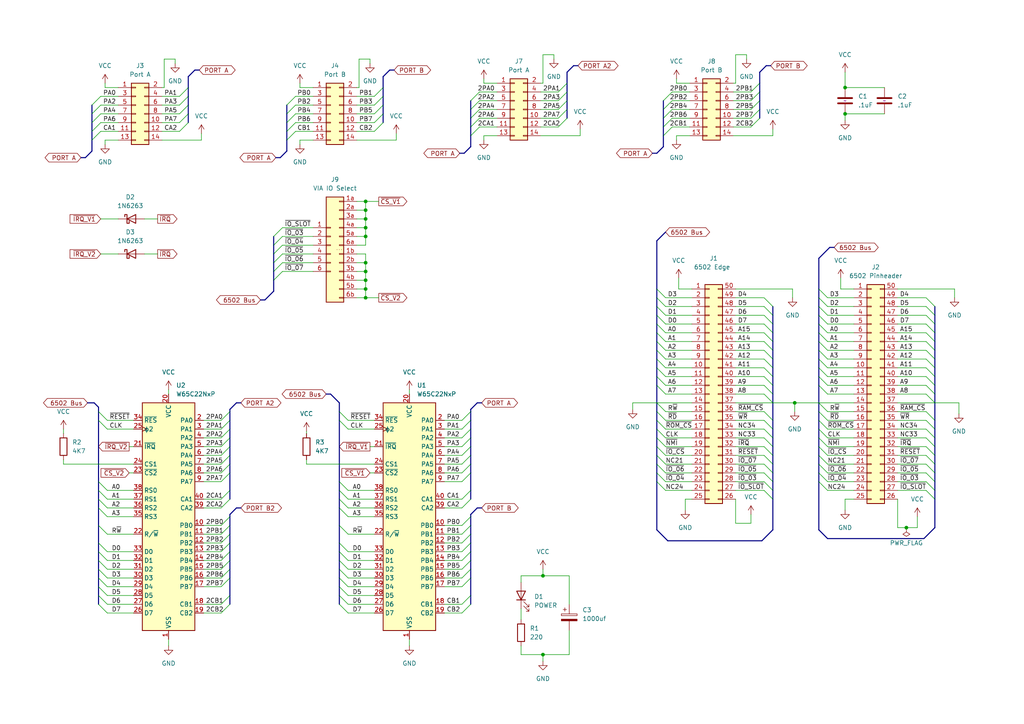
<source format=kicad_sch>
(kicad_sch (version 20230121) (generator eeschema)
  (paper "A4")
  (title_block (title "IO Card - simple6502") (date "2024-06-26") (rev "0.6") (company "MDS"))
  (junction (at 230.505 116.84))
  (junction (at 106.045 83.82))
  (junction (at 106.045 78.74))
  (junction (at 106.045 76.2))
  (junction (at 106.045 63.5))
  (junction (at 106.045 86.36))
  (junction (at 106.045 66.04))
  (junction (at 106.045 81.28))
  (junction (at 262.89 153.035))
  (junction (at 157.48 189.865))
  (junction (at 106.045 68.58))
  (junction (at 106.045 58.42))
  (junction (at 245.11 25.4))
  (junction (at 157.48 167.005))
  (junction (at 106.045 60.96))
  (junction (at 245.11 33.02))
  (bus_entry (at 193.04 109.22) (size -2.54 -2.54))
  (bus_entry (at 136.525 149.86) (size -2.54 2.54))
  (bus_entry (at 98.425 119.38) (size 2.54 2.54))
  (bus_entry (at 28.575 160.02) (size 2.54 2.54))
  (bus_entry (at 98.425 142.24) (size 2.54 2.54))
  (bus_entry (at 268.605 129.54) (size 2.54 2.54))
  (bus_entry (at 268.605 96.52) (size 2.54 2.54))
  (bus_entry (at 66.675 160.02) (size -2.54 2.54))
  (bus_entry (at 240.03 139.7) (size -2.54 -2.54))
  (bus_entry (at 164.465 31.75) (size -2.54 2.54))
  (bus_entry (at 136.525 152.4) (size -2.54 2.54))
  (bus_entry (at 240.03 137.16) (size -2.54 -2.54))
  (bus_entry (at 98.425 144.78) (size 2.54 2.54))
  (bus_entry (at 240.03 104.14) (size -2.54 -2.54))
  (bus_entry (at 240.03 127) (size -2.54 -2.54))
  (bus_entry (at 268.605 142.24) (size 2.54 2.54))
  (bus_entry (at 221.615 134.62) (size 2.54 2.54))
  (bus_entry (at 98.425 162.56) (size 2.54 2.54))
  (bus_entry (at 221.615 88.9) (size 2.54 2.54))
  (bus_entry (at 98.425 157.48) (size 2.54 2.54))
  (bus_entry (at 26.67 33.02) (size 2.54 -2.54))
  (bus_entry (at 136.525 129.54) (size -2.54 2.54))
  (bus_entry (at 221.615 86.36) (size 2.54 2.54))
  (bus_entry (at 136.525 39.37) (size 2.54 -2.54))
  (bus_entry (at 83.185 33.02) (size 2.54 -2.54))
  (bus_entry (at 54.61 35.56) (size -2.54 2.54))
  (bus_entry (at 193.04 137.16) (size -2.54 -2.54))
  (bus_entry (at 268.605 101.6) (size 2.54 2.54))
  (bus_entry (at 136.525 36.83) (size 2.54 -2.54))
  (bus_entry (at 66.675 119.38) (size -2.54 2.54))
  (bus_entry (at 192.405 29.21) (size 2.54 -2.54))
  (bus_entry (at 268.605 139.7) (size 2.54 2.54))
  (bus_entry (at 164.465 24.13) (size -2.54 2.54))
  (bus_entry (at 268.605 114.3) (size 2.54 2.54))
  (bus_entry (at 240.03 106.68) (size -2.54 -2.54))
  (bus_entry (at 240.03 99.06) (size -2.54 -2.54))
  (bus_entry (at 193.04 134.62) (size -2.54 -2.54))
  (bus_entry (at 28.575 119.38) (size 2.54 2.54))
  (bus_entry (at 240.03 119.38) (size -2.54 -2.54))
  (bus_entry (at 268.605 119.38) (size 2.54 2.54))
  (bus_entry (at 221.615 142.24) (size 2.54 2.54))
  (bus_entry (at 98.425 170.18) (size 2.54 2.54))
  (bus_entry (at 136.525 121.92) (size -2.54 2.54))
  (bus_entry (at 66.675 124.46) (size -2.54 2.54))
  (bus_entry (at 240.03 86.36) (size -2.54 -2.54))
  (bus_entry (at 240.03 134.62) (size -2.54 -2.54))
  (bus_entry (at 193.04 139.7) (size -2.54 -2.54))
  (bus_entry (at 192.405 31.75) (size 2.54 -2.54))
  (bus_entry (at 79.375 81.28) (size 2.54 -2.54))
  (bus_entry (at 268.605 124.46) (size 2.54 2.54))
  (bus_entry (at 28.575 139.7) (size 2.54 2.54))
  (bus_entry (at 268.605 121.92) (size 2.54 2.54))
  (bus_entry (at 111.125 27.94) (size -2.54 2.54))
  (bus_entry (at 221.615 129.54) (size 2.54 2.54))
  (bus_entry (at 28.575 152.4) (size 2.54 2.54))
  (bus_entry (at 268.605 132.08) (size 2.54 2.54))
  (bus_entry (at 79.375 78.74) (size 2.54 -2.54))
  (bus_entry (at 221.615 121.92) (size 2.54 2.54))
  (bus_entry (at 221.615 91.44) (size 2.54 2.54))
  (bus_entry (at 268.605 91.44) (size 2.54 2.54))
  (bus_entry (at 28.575 121.92) (size 2.54 2.54))
  (bus_entry (at 220.345 31.75) (size -2.54 2.54))
  (bus_entry (at 136.525 119.38) (size -2.54 2.54))
  (bus_entry (at 66.675 162.56) (size -2.54 2.54))
  (bus_entry (at 193.04 104.14) (size -2.54 -2.54))
  (bus_entry (at 221.615 104.14) (size 2.54 2.54))
  (bus_entry (at 98.425 121.92) (size 2.54 2.54))
  (bus_entry (at 28.575 142.24) (size 2.54 2.54))
  (bus_entry (at 192.405 34.29) (size 2.54 -2.54))
  (bus_entry (at 98.425 167.64) (size 2.54 2.54))
  (bus_entry (at 136.525 137.16) (size -2.54 2.54))
  (bus_entry (at 240.03 111.76) (size -2.54 -2.54))
  (bus_entry (at 66.675 149.86) (size -2.54 2.54))
  (bus_entry (at 66.675 127) (size -2.54 2.54))
  (bus_entry (at 111.125 30.48) (size -2.54 2.54))
  (bus_entry (at 111.125 25.4) (size -2.54 2.54))
  (bus_entry (at 164.465 26.67) (size -2.54 2.54))
  (bus_entry (at 28.575 170.18) (size 2.54 2.54))
  (bus_entry (at 220.345 29.21) (size -2.54 2.54))
  (bus_entry (at 66.675 154.94) (size -2.54 2.54))
  (bus_entry (at 240.03 129.54) (size -2.54 -2.54))
  (bus_entry (at 98.425 139.7) (size 2.54 2.54))
  (bus_entry (at 268.605 137.16) (size 2.54 2.54))
  (bus_entry (at 66.675 172.72) (size -2.54 2.54))
  (bus_entry (at 240.03 101.6) (size -2.54 -2.54))
  (bus_entry (at 240.03 93.98) (size -2.54 -2.54))
  (bus_entry (at 192.405 36.83) (size 2.54 -2.54))
  (bus_entry (at 136.525 160.02) (size -2.54 2.54))
  (bus_entry (at 240.03 132.08) (size -2.54 -2.54))
  (bus_entry (at 26.67 30.48) (size 2.54 -2.54))
  (bus_entry (at 268.605 127) (size 2.54 2.54))
  (bus_entry (at 136.525 167.64) (size -2.54 2.54))
  (bus_entry (at 26.67 35.56) (size 2.54 -2.54))
  (bus_entry (at 221.615 132.08) (size 2.54 2.54))
  (bus_entry (at 79.375 76.2) (size 2.54 -2.54))
  (bus_entry (at 136.525 162.56) (size -2.54 2.54))
  (bus_entry (at 136.525 172.72) (size -2.54 2.54))
  (bus_entry (at 193.04 86.36) (size -2.54 -2.54))
  (bus_entry (at 54.61 30.48) (size -2.54 2.54))
  (bus_entry (at 26.67 38.1) (size 2.54 -2.54))
  (bus_entry (at 136.525 154.94) (size -2.54 2.54))
  (bus_entry (at 268.605 111.76) (size 2.54 2.54))
  (bus_entry (at 136.525 31.75) (size 2.54 -2.54))
  (bus_entry (at 220.345 26.67) (size -2.54 2.54))
  (bus_entry (at 220.345 34.29) (size -2.54 2.54))
  (bus_entry (at 136.525 175.26) (size -2.54 2.54))
  (bus_entry (at 66.675 144.78) (size -2.54 2.54))
  (bus_entry (at 193.04 111.76) (size -2.54 -2.54))
  (bus_entry (at 98.425 152.4) (size 2.54 2.54))
  (bus_entry (at 268.605 134.62) (size 2.54 2.54))
  (bus_entry (at 268.605 88.9) (size 2.54 2.54))
  (bus_entry (at 193.04 88.9) (size -2.54 -2.54))
  (bus_entry (at 98.425 172.72) (size 2.54 2.54))
  (bus_entry (at 221.615 127) (size 2.54 2.54))
  (bus_entry (at 221.615 114.3) (size 2.54 2.54))
  (bus_entry (at 240.03 96.52) (size -2.54 -2.54))
  (bus_entry (at 136.525 144.78) (size -2.54 2.54))
  (bus_entry (at 193.04 106.68) (size -2.54 -2.54))
  (bus_entry (at 240.03 91.44) (size -2.54 -2.54))
  (bus_entry (at 193.04 129.54) (size -2.54 -2.54))
  (bus_entry (at 221.615 137.16) (size 2.54 2.54))
  (bus_entry (at 268.605 86.36) (size 2.54 2.54))
  (bus_entry (at 240.03 121.92) (size -2.54 -2.54))
  (bus_entry (at 221.615 109.22) (size 2.54 2.54))
  (bus_entry (at 111.125 35.56) (size -2.54 2.54))
  (bus_entry (at 136.525 134.62) (size -2.54 2.54))
  (bus_entry (at 83.185 30.48) (size 2.54 -2.54))
  (bus_entry (at 66.675 167.64) (size -2.54 2.54))
  (bus_entry (at 66.675 165.1) (size -2.54 2.54))
  (bus_entry (at 66.675 152.4) (size -2.54 2.54))
  (bus_entry (at 28.575 172.72) (size 2.54 2.54))
  (bus_entry (at 54.61 33.02) (size -2.54 2.54))
  (bus_entry (at 268.605 93.98) (size 2.54 2.54))
  (bus_entry (at 240.03 88.9) (size -2.54 -2.54))
  (bus_entry (at 193.04 96.52) (size -2.54 -2.54))
  (bus_entry (at 240.03 114.3) (size -2.54 -2.54))
  (bus_entry (at 98.425 147.32) (size 2.54 2.54))
  (bus_entry (at 240.03 109.22) (size -2.54 -2.54))
  (bus_entry (at 98.425 175.26) (size 2.54 2.54))
  (bus_entry (at 268.605 106.68) (size 2.54 2.54))
  (bus_entry (at 136.525 127) (size -2.54 2.54))
  (bus_entry (at 221.615 119.38) (size 2.54 2.54))
  (bus_entry (at 221.615 124.46) (size 2.54 2.54))
  (bus_entry (at 28.575 144.78) (size 2.54 2.54))
  (bus_entry (at 28.575 167.64) (size 2.54 2.54))
  (bus_entry (at 28.575 147.32) (size 2.54 2.54))
  (bus_entry (at 193.04 132.08) (size -2.54 -2.54))
  (bus_entry (at 193.04 124.46) (size -2.54 -2.54))
  (bus_entry (at 193.04 121.92) (size -2.54 -2.54))
  (bus_entry (at 193.04 91.44) (size -2.54 -2.54))
  (bus_entry (at 221.615 93.98) (size 2.54 2.54))
  (bus_entry (at 221.615 96.52) (size 2.54 2.54))
  (bus_entry (at 136.525 142.24) (size -2.54 2.54))
  (bus_entry (at 193.04 93.98) (size -2.54 -2.54))
  (bus_entry (at 83.185 40.64) (size 2.54 -2.54))
  (bus_entry (at 221.615 139.7) (size 2.54 2.54))
  (bus_entry (at 193.04 99.06) (size -2.54 -2.54))
  (bus_entry (at 136.525 29.21) (size 2.54 -2.54))
  (bus_entry (at 98.425 165.1) (size 2.54 2.54))
  (bus_entry (at 221.615 111.76) (size 2.54 2.54))
  (bus_entry (at 240.03 142.24) (size -2.54 -2.54))
  (bus_entry (at 28.575 157.48) (size 2.54 2.54))
  (bus_entry (at 66.675 142.24) (size -2.54 2.54))
  (bus_entry (at 54.61 27.94) (size -2.54 2.54))
  (bus_entry (at 136.525 157.48) (size -2.54 2.54))
  (bus_entry (at 193.04 114.3) (size -2.54 -2.54))
  (bus_entry (at 28.575 165.1) (size 2.54 2.54))
  (bus_entry (at 268.605 109.22) (size 2.54 2.54))
  (bus_entry (at 79.375 68.58) (size 2.54 -2.54))
  (bus_entry (at 28.575 162.56) (size 2.54 2.54))
  (bus_entry (at 193.04 142.24) (size -2.54 -2.54))
  (bus_entry (at 54.61 25.4) (size -2.54 2.54))
  (bus_entry (at 83.185 38.1) (size 2.54 -2.54))
  (bus_entry (at 79.375 73.66) (size 2.54 -2.54))
  (bus_entry (at 193.04 127) (size -2.54 -2.54))
  (bus_entry (at 66.675 129.54) (size -2.54 2.54))
  (bus_entry (at 193.04 101.6) (size -2.54 -2.54))
  (bus_entry (at 221.615 99.06) (size 2.54 2.54))
  (bus_entry (at 136.525 34.29) (size 2.54 -2.54))
  (bus_entry (at 66.675 132.08) (size -2.54 2.54))
  (bus_entry (at 136.525 165.1) (size -2.54 2.54))
  (bus_entry (at 66.675 121.92) (size -2.54 2.54))
  (bus_entry (at 164.465 29.21) (size -2.54 2.54))
  (bus_entry (at 98.425 160.02) (size 2.54 2.54))
  (bus_entry (at 111.125 33.02) (size -2.54 2.54))
  (bus_entry (at 136.525 124.46) (size -2.54 2.54))
  (bus_entry (at 193.04 119.38) (size -2.54 -2.54))
  (bus_entry (at 268.605 99.06) (size 2.54 2.54))
  (bus_entry (at 26.67 40.64) (size 2.54 -2.54))
  (bus_entry (at 66.675 134.62) (size -2.54 2.54))
  (bus_entry (at 192.405 39.37) (size 2.54 -2.54))
  (bus_entry (at 66.675 175.26) (size -2.54 2.54))
  (bus_entry (at 221.615 101.6) (size 2.54 2.54))
  (bus_entry (at 66.675 137.16) (size -2.54 2.54))
  (bus_entry (at 28.575 175.26) (size 2.54 2.54))
  (bus_entry (at 164.465 34.29) (size -2.54 2.54))
  (bus_entry (at 221.615 106.68) (size 2.54 2.54))
  (bus_entry (at 136.525 132.08) (size -2.54 2.54))
  (bus_entry (at 66.675 157.48) (size -2.54 2.54))
  (bus_entry (at 240.03 124.46) (size -2.54 -2.54))
  (bus_entry (at 268.605 104.14) (size 2.54 2.54))
  (bus_entry (at 83.185 35.56) (size 2.54 -2.54))
  (bus_entry (at 220.345 24.13) (size -2.54 2.54))
  (bus_entry (at 79.375 71.12) (size 2.54 -2.54))
  (bus (pts (xy 237.49 109.22) (xy 237.49 106.68)))
  (wire (pts (xy 41.91 73.66) (xy 45.72 73.66)))
  (wire (pts (xy 200.025 26.67) (xy 194.945 26.67)))
  (wire (pts (xy 240.03 99.06) (xy 247.65 99.06)))
  (bus (pts (xy 66.675 118.745) (xy 66.675 119.38)))
  (bus (pts (xy 28.575 167.64) (xy 28.575 170.18)))
  (bus (pts (xy 240.665 71.755) (xy 241.935 71.755)))
  (bus (pts (xy 98.425 152.4) (xy 98.425 157.48)))
  (bus (pts (xy 192.405 39.37) (xy 192.405 36.83)))
  (bus (pts (xy 111.125 30.48) (xy 111.125 33.02)))
  (bus (pts (xy 138.43 116.84) (xy 136.525 118.745)))
  (bus (pts (xy 24.765 45.72) (xy 26.67 43.815)))
  (bus (pts (xy 237.49 106.68) (xy 237.49 104.14)))
  (bus (pts (xy 271.145 106.68) (xy 271.145 109.22)))
  (wire (pts (xy 48.895 113.03) (xy 48.895 114.3)))
  (bus (pts (xy 271.145 121.92) (xy 271.145 124.46)))
  (bus (pts (xy 190.5 44.45) (xy 192.405 42.545)))
  (wire (pts (xy 260.35 83.82) (xy 276.86 83.82)))
  (bus (pts (xy 136.525 134.62) (xy 136.525 137.16)))
  (wire (pts (xy 213.36 119.38) (xy 221.615 119.38)))
  (wire (pts (xy 240.03 86.36) (xy 247.65 86.36)))
  (wire (pts (xy 213.36 142.24) (xy 221.615 142.24)))
  (wire (pts (xy 245.11 20.955) (xy 245.11 25.4)))
  (bus (pts (xy 54.61 30.48) (xy 54.61 33.02)))
  (wire (pts (xy 31.115 175.26) (xy 38.735 175.26)))
  (bus (pts (xy 79.375 71.12) (xy 79.375 73.66)))
  (wire (pts (xy 157.48 189.865) (xy 151.13 189.865)))
  (bus (pts (xy 237.49 139.7) (xy 237.49 137.16)))
  (wire (pts (xy 31.115 172.72) (xy 38.735 172.72)))
  (bus (pts (xy 224.155 124.46) (xy 224.155 127)))
  (wire (pts (xy 260.35 116.84) (xy 271.145 116.84)))
  (wire (pts (xy 100.965 149.86) (xy 108.585 149.86)))
  (bus (pts (xy 190.5 44.45) (xy 189.23 44.45)))
  (wire (pts (xy 213.36 109.22) (xy 221.615 109.22)))
  (wire (pts (xy 86.995 24.13) (xy 86.995 25.4)))
  (wire (pts (xy 118.745 113.03) (xy 118.745 114.3)))
  (wire (pts (xy 103.505 63.5) (xy 106.045 63.5)))
  (bus (pts (xy 136.525 36.83) (xy 136.525 34.29)))
  (wire (pts (xy 156.845 31.75) (xy 161.925 31.75)))
  (bus (pts (xy 66.675 119.38) (xy 66.675 121.92)))
  (bus (pts (xy 190.5 137.16) (xy 190.5 134.62)))
  (wire (pts (xy 240.03 93.98) (xy 247.65 93.98)))
  (bus (pts (xy 81.28 45.72) (xy 80.01 45.72)))
  (wire (pts (xy 88.9 125.095) (xy 88.9 125.73)))
  (wire (pts (xy 216.535 15.875) (xy 216.535 17.145)))
  (wire (pts (xy 240.03 119.38) (xy 247.65 119.38)))
  (wire (pts (xy 229.87 83.82) (xy 229.87 86.36)))
  (wire (pts (xy 81.915 71.12) (xy 90.805 71.12)))
  (bus (pts (xy 26.67 33.02) (xy 26.67 30.48)))
  (wire (pts (xy 128.905 167.64) (xy 133.985 167.64)))
  (bus (pts (xy 224.155 114.3) (xy 224.155 116.84)))
  (wire (pts (xy 193.04 139.7) (xy 200.66 139.7)))
  (wire (pts (xy 88.9 133.35) (xy 88.9 134.62)))
  (bus (pts (xy 192.405 34.29) (xy 192.405 31.75)))
  (wire (pts (xy 193.04 101.6) (xy 200.66 101.6)))
  (bus (pts (xy 164.465 24.13) (xy 164.465 26.67)))
  (wire (pts (xy 86.995 40.64) (xy 90.805 40.64)))
  (bus (pts (xy 83.185 40.64) (xy 83.185 38.1)))
  (bus (pts (xy 237.49 111.76) (xy 237.49 116.84)))
  (bus (pts (xy 237.49 74.93) (xy 240.665 71.755)))
  (wire (pts (xy 100.965 172.72) (xy 108.585 172.72)))
  (bus (pts (xy 111.125 27.94) (xy 111.125 30.48)))
  (wire (pts (xy 260.35 144.78) (xy 260.35 153.035)))
  (bus (pts (xy 26.67 38.1) (xy 26.67 35.56)))
  (wire (pts (xy 90.805 33.02) (xy 85.725 33.02)))
  (wire (pts (xy 240.03 124.46) (xy 247.65 124.46)))
  (bus (pts (xy 271.145 137.16) (xy 271.145 139.7)))
  (wire (pts (xy 90.805 27.94) (xy 85.725 27.94)))
  (bus (pts (xy 79.375 76.2) (xy 79.375 78.74)))
  (wire (pts (xy 106.045 58.42) (xy 109.855 58.42)))
  (bus (pts (xy 237.49 127) (xy 237.49 124.46)))
  (wire (pts (xy 260.35 127) (xy 268.605 127)))
  (bus (pts (xy 190.5 111.76) (xy 190.5 109.22)))
  (bus (pts (xy 237.49 132.08) (xy 237.49 129.54)))
  (bus (pts (xy 28.575 160.02) (xy 28.575 162.56)))
  (wire (pts (xy 58.42 38.735) (xy 58.42 40.64)))
  (bus (pts (xy 237.49 111.76) (xy 237.49 109.22)))
  (bus (pts (xy 134.62 44.45) (xy 136.525 42.545)))
  (bus (pts (xy 271.145 109.22) (xy 271.145 111.76)))
  (wire (pts (xy 213.36 127) (xy 221.615 127)))
  (bus (pts (xy 224.155 129.54) (xy 224.155 132.08)))
  (bus (pts (xy 224.155 111.76) (xy 224.155 114.3)))
  (wire (pts (xy 103.505 78.74) (xy 106.045 78.74)))
  (bus (pts (xy 271.145 93.98) (xy 271.145 96.52)))
  (wire (pts (xy 106.045 83.82) (xy 106.045 86.36)))
  (wire (pts (xy 31.115 144.78) (xy 38.735 144.78)))
  (wire (pts (xy 30.48 24.13) (xy 30.48 25.4)))
  (wire (pts (xy 128.905 129.54) (xy 133.985 129.54)))
  (wire (pts (xy 34.29 33.02) (xy 29.21 33.02)))
  (bus (pts (xy 25.4 116.84) (xy 27.305 116.84)))
  (wire (pts (xy 213.36 144.78) (xy 213.36 151.765)))
  (wire (pts (xy 29.21 73.66) (xy 34.29 73.66)))
  (bus (pts (xy 190.5 127) (xy 190.5 124.46)))
  (wire (pts (xy 34.29 35.56) (xy 29.21 35.56)))
  (bus (pts (xy 190.5 109.22) (xy 190.5 106.68)))
  (bus (pts (xy 83.185 38.1) (xy 83.185 35.56)))
  (bus (pts (xy 224.155 109.22) (xy 224.155 111.76)))
  (wire (pts (xy 59.055 165.1) (xy 64.135 165.1)))
  (wire (pts (xy 30.48 40.64) (xy 34.29 40.64)))
  (wire (pts (xy 196.85 83.82) (xy 200.66 83.82)))
  (wire (pts (xy 47.625 17.145) (xy 50.8 17.145)))
  (wire (pts (xy 103.505 76.2) (xy 106.045 76.2)))
  (bus (pts (xy 271.145 124.46) (xy 271.145 127)))
  (bus (pts (xy 237.49 83.82) (xy 237.49 86.36)))
  (wire (pts (xy 157.48 167.005) (xy 165.1 167.005)))
  (wire (pts (xy 165.1 182.88) (xy 165.1 189.865)))
  (wire (pts (xy 106.045 73.66) (xy 106.045 76.2)))
  (wire (pts (xy 240.03 121.92) (xy 247.65 121.92)))
  (wire (pts (xy 59.055 152.4) (xy 64.135 152.4)))
  (bus (pts (xy 190.5 132.08) (xy 190.5 129.54)))
  (wire (pts (xy 140.335 39.37) (xy 144.145 39.37)))
  (bus (pts (xy 138.43 116.84) (xy 139.7 116.84)))
  (bus (pts (xy 224.155 101.6) (xy 224.155 104.14)))
  (wire (pts (xy 128.905 177.8) (xy 133.985 177.8)))
  (wire (pts (xy 140.335 24.13) (xy 144.145 24.13)))
  (wire (pts (xy 47.625 17.145) (xy 47.625 25.4)))
  (bus (pts (xy 240.03 156.21) (xy 237.49 153.67)))
  (wire (pts (xy 193.04 109.22) (xy 200.66 109.22)))
  (wire (pts (xy 104.14 17.145) (xy 104.14 25.4)))
  (wire (pts (xy 106.045 76.2) (xy 106.045 78.74)))
  (bus (pts (xy 66.675 154.94) (xy 66.675 157.48)))
  (wire (pts (xy 31.115 162.56) (xy 38.735 162.56)))
  (bus (pts (xy 136.525 154.94) (xy 136.525 157.48)))
  (wire (pts (xy 213.36 132.08) (xy 221.615 132.08)))
  (wire (pts (xy 128.905 152.4) (xy 133.985 152.4)))
  (bus (pts (xy 271.145 101.6) (xy 271.145 104.14)))
  (wire (pts (xy 193.04 91.44) (xy 200.66 91.44)))
  (bus (pts (xy 136.525 137.16) (xy 136.525 142.24)))
  (wire (pts (xy 103.505 81.28) (xy 106.045 81.28)))
  (wire (pts (xy 212.725 36.83) (xy 217.805 36.83)))
  (wire (pts (xy 144.145 26.67) (xy 139.065 26.67)))
  (wire (pts (xy 103.505 71.12) (xy 106.045 71.12)))
  (wire (pts (xy 260.35 109.22) (xy 268.605 109.22)))
  (wire (pts (xy 240.03 88.9) (xy 247.65 88.9)))
  (wire (pts (xy 144.145 34.29) (xy 139.065 34.29)))
  (wire (pts (xy 240.03 104.14) (xy 247.65 104.14)))
  (wire (pts (xy 106.045 63.5) (xy 106.045 66.04)))
  (bus (pts (xy 271.145 111.76) (xy 271.145 114.3)))
  (wire (pts (xy 213.36 124.46) (xy 221.615 124.46)))
  (bus (pts (xy 27.305 116.84) (xy 28.575 118.11)))
  (bus (pts (xy 237.49 121.92) (xy 237.49 119.38)))
  (bus (pts (xy 66.675 167.64) (xy 66.675 172.72)))
  (wire (pts (xy 193.04 88.9) (xy 200.66 88.9)))
  (bus (pts (xy 136.525 160.02) (xy 136.525 162.56)))
  (bus (pts (xy 28.575 170.18) (xy 28.575 172.72)))
  (wire (pts (xy 190.5 116.84) (xy 200.66 116.84)))
  (bus (pts (xy 28.575 157.48) (xy 28.575 160.02)))
  (wire (pts (xy 260.35 91.44) (xy 268.605 91.44)))
  (wire (pts (xy 193.04 119.38) (xy 200.66 119.38)))
  (wire (pts (xy 212.725 31.75) (xy 217.805 31.75)))
  (bus (pts (xy 136.525 34.29) (xy 136.525 31.75)))
  (bus (pts (xy 83.185 33.02) (xy 83.185 30.48)))
  (wire (pts (xy 196.85 80.645) (xy 196.85 83.82)))
  (wire (pts (xy 168.275 37.465) (xy 168.275 39.37)))
  (bus (pts (xy 95.885 114.3) (xy 98.425 116.84)))
  (wire (pts (xy 213.36 91.44) (xy 221.615 91.44)))
  (bus (pts (xy 54.61 25.4) (xy 54.61 27.94)))
  (wire (pts (xy 41.91 63.5) (xy 45.72 63.5)))
  (bus (pts (xy 111.125 22.225) (xy 111.125 25.4)))
  (wire (pts (xy 59.055 167.64) (xy 64.135 167.64)))
  (wire (pts (xy 260.35 119.38) (xy 268.605 119.38)))
  (wire (pts (xy 59.055 127) (xy 64.135 127)))
  (bus (pts (xy 136.525 129.54) (xy 136.525 132.08)))
  (wire (pts (xy 37.465 129.54) (xy 38.735 129.54)))
  (wire (pts (xy 193.04 99.06) (xy 200.66 99.06)))
  (wire (pts (xy 213.36 106.68) (xy 221.615 106.68)))
  (bus (pts (xy 224.155 121.92) (xy 224.155 124.46)))
  (wire (pts (xy 200.025 31.75) (xy 194.945 31.75)))
  (bus (pts (xy 136.525 121.92) (xy 136.525 124.46)))
  (bus (pts (xy 237.49 119.38) (xy 237.49 116.84)))
  (wire (pts (xy 200.025 29.21) (xy 194.945 29.21)))
  (wire (pts (xy 34.29 38.1) (xy 29.21 38.1)))
  (wire (pts (xy 50.8 17.145) (xy 50.8 18.415)))
  (wire (pts (xy 118.745 185.42) (xy 118.745 187.325)))
  (wire (pts (xy 106.045 60.96) (xy 106.045 63.5)))
  (wire (pts (xy 59.055 129.54) (xy 64.135 129.54)))
  (wire (pts (xy 157.48 15.875) (xy 160.655 15.875)))
  (wire (pts (xy 213.36 99.06) (xy 221.615 99.06)))
  (wire (pts (xy 200.025 36.83) (xy 194.945 36.83)))
  (bus (pts (xy 98.425 147.32) (xy 98.425 152.4)))
  (bus (pts (xy 220.345 20.955) (xy 220.345 24.13)))
  (wire (pts (xy 34.29 30.48) (xy 29.21 30.48)))
  (bus (pts (xy 237.49 88.9) (xy 237.49 86.36)))
  (wire (pts (xy 103.505 73.66) (xy 106.045 73.66)))
  (wire (pts (xy 100.965 165.1) (xy 108.585 165.1)))
  (bus (pts (xy 224.155 93.98) (xy 224.155 96.52)))
  (bus (pts (xy 271.145 139.7) (xy 271.145 142.24)))
  (wire (pts (xy 196.215 22.86) (xy 196.215 24.13)))
  (bus (pts (xy 271.145 153.035) (xy 267.97 156.21)))
  (wire (pts (xy 106.045 68.58) (xy 106.045 71.12)))
  (wire (pts (xy 260.35 88.9) (xy 268.605 88.9)))
  (bus (pts (xy 136.525 127) (xy 136.525 129.54)))
  (wire (pts (xy 212.725 39.37) (xy 224.155 39.37)))
  (wire (pts (xy 46.99 38.1) (xy 52.07 38.1)))
  (bus (pts (xy 98.425 165.1) (xy 98.425 167.64)))
  (wire (pts (xy 88.9 134.62) (xy 108.585 134.62)))
  (bus (pts (xy 271.145 116.84) (xy 271.145 121.92)))
  (bus (pts (xy 26.67 35.56) (xy 26.67 33.02)))
  (bus (pts (xy 66.675 124.46) (xy 66.675 127)))
  (wire (pts (xy 48.895 185.42) (xy 48.895 187.325)))
  (wire (pts (xy 240.03 114.3) (xy 247.65 114.3)))
  (wire (pts (xy 193.04 124.46) (xy 200.66 124.46)))
  (bus (pts (xy 164.465 31.75) (xy 164.465 34.29)))
  (bus (pts (xy 136.525 119.38) (xy 136.525 121.92)))
  (bus (pts (xy 237.49 139.7) (xy 237.49 153.67)))
  (bus (pts (xy 79.375 81.28) (xy 79.375 84.455)))
  (wire (pts (xy 212.725 26.67) (xy 217.805 26.67)))
  (wire (pts (xy 140.335 22.86) (xy 140.335 24.13)))
  (bus (pts (xy 166.37 19.05) (xy 167.64 19.05)))
  (bus (pts (xy 271.145 144.78) (xy 271.145 153.035)))
  (wire (pts (xy 240.03 132.08) (xy 247.65 132.08)))
  (wire (pts (xy 100.965 162.56) (xy 108.585 162.56)))
  (wire (pts (xy 59.055 134.62) (xy 64.135 134.62)))
  (bus (pts (xy 138.43 147.32) (xy 139.7 147.32)))
  (bus (pts (xy 68.58 116.84) (xy 66.675 118.745)))
  (bus (pts (xy 75.565 86.995) (xy 76.835 86.995)))
  (wire (pts (xy 156.845 34.29) (xy 161.925 34.29)))
  (wire (pts (xy 34.29 27.94) (xy 29.21 27.94)))
  (wire (pts (xy 193.04 137.16) (xy 200.66 137.16)))
  (wire (pts (xy 240.03 137.16) (xy 247.65 137.16)))
  (wire (pts (xy 260.35 124.46) (xy 268.605 124.46)))
  (bus (pts (xy 190.5 86.36) (xy 190.5 83.82)))
  (wire (pts (xy 46.99 25.4) (xy 47.625 25.4)))
  (wire (pts (xy 128.905 147.32) (xy 133.985 147.32)))
  (wire (pts (xy 100.965 170.18) (xy 108.585 170.18)))
  (bus (pts (xy 28.575 152.4) (xy 28.575 157.48)))
  (wire (pts (xy 103.505 83.82) (xy 106.045 83.82)))
  (bus (pts (xy 98.425 142.24) (xy 98.425 144.78)))
  (wire (pts (xy 260.35 93.98) (xy 268.605 93.98)))
  (bus (pts (xy 136.525 149.86) (xy 136.525 152.4)))
  (wire (pts (xy 200.025 34.29) (xy 194.945 34.29)))
  (wire (pts (xy 100.965 175.26) (xy 108.585 175.26)))
  (wire (pts (xy 29.21 63.5) (xy 34.29 63.5)))
  (wire (pts (xy 245.11 33.02) (xy 245.11 34.925)))
  (bus (pts (xy 66.675 149.225) (xy 66.675 149.86)))
  (bus (pts (xy 66.675 172.72) (xy 66.675 175.26)))
  (wire (pts (xy 18.415 134.62) (xy 38.735 134.62)))
  (wire (pts (xy 128.905 165.1) (xy 133.985 165.1)))
  (bus (pts (xy 224.155 137.16) (xy 224.155 139.7)))
  (wire (pts (xy 240.03 91.44) (xy 247.65 91.44)))
  (wire (pts (xy 212.725 29.21) (xy 217.805 29.21)))
  (bus (pts (xy 54.61 27.94) (xy 54.61 30.48)))
  (bus (pts (xy 224.155 88.9) (xy 224.155 91.44)))
  (bus (pts (xy 83.185 40.64) (xy 83.185 43.815)))
  (wire (pts (xy 100.965 121.92) (xy 108.585 121.92)))
  (wire (pts (xy 59.055 147.32) (xy 64.135 147.32)))
  (bus (pts (xy 190.5 88.9) (xy 190.5 86.36)))
  (wire (pts (xy 151.13 187.325) (xy 151.13 189.865)))
  (bus (pts (xy 98.425 144.78) (xy 98.425 147.32)))
  (wire (pts (xy 196.215 24.13) (xy 200.025 24.13)))
  (bus (pts (xy 28.575 142.24) (xy 28.575 144.78)))
  (bus (pts (xy 224.155 104.14) (xy 224.155 106.68)))
  (bus (pts (xy 224.155 99.06) (xy 224.155 101.6)))
  (bus (pts (xy 28.575 139.7) (xy 28.575 142.24)))
  (bus (pts (xy 94.615 114.3) (xy 95.885 114.3)))
  (bus (pts (xy 24.765 45.72) (xy 23.495 45.72)))
  (wire (pts (xy 128.905 134.62) (xy 133.985 134.62)))
  (wire (pts (xy 100.965 154.94) (xy 108.585 154.94)))
  (wire (pts (xy 245.11 25.4) (xy 256.54 25.4)))
  (wire (pts (xy 260.35 132.08) (xy 268.605 132.08)))
  (bus (pts (xy 83.185 35.56) (xy 83.185 33.02)))
  (bus (pts (xy 68.58 116.84) (xy 69.85 116.84)))
  (wire (pts (xy 193.04 111.76) (xy 200.66 111.76)))
  (bus (pts (xy 66.675 132.08) (xy 66.675 134.62)))
  (wire (pts (xy 240.03 142.24) (xy 247.65 142.24)))
  (bus (pts (xy 271.145 142.24) (xy 271.145 144.78)))
  (wire (pts (xy 193.04 93.98) (xy 200.66 93.98)))
  (wire (pts (xy 107.315 137.16) (xy 108.585 137.16)))
  (wire (pts (xy 104.14 17.145) (xy 107.315 17.145)))
  (wire (pts (xy 240.03 106.68) (xy 247.65 106.68)))
  (bus (pts (xy 68.58 147.32) (xy 69.85 147.32)))
  (wire (pts (xy 240.03 101.6) (xy 247.65 101.6)))
  (bus (pts (xy 54.61 33.02) (xy 54.61 35.56)))
  (bus (pts (xy 190.5 121.92) (xy 190.5 119.38)))
  (bus (pts (xy 136.525 162.56) (xy 136.525 165.1)))
  (bus (pts (xy 237.49 91.44) (xy 237.49 88.9)))
  (bus (pts (xy 224.155 106.68) (xy 224.155 109.22)))
  (wire (pts (xy 193.04 129.54) (xy 200.66 129.54)))
  (bus (pts (xy 190.5 111.76) (xy 190.5 116.84)))
  (wire (pts (xy 103.505 66.04) (xy 106.045 66.04)))
  (wire (pts (xy 224.155 116.84) (xy 230.505 116.84)))
  (wire (pts (xy 240.03 134.62) (xy 247.65 134.62)))
  (wire (pts (xy 243.84 83.82) (xy 247.65 83.82)))
  (wire (pts (xy 106.045 66.04) (xy 106.045 68.58)))
  (bus (pts (xy 98.425 172.72) (xy 98.425 175.26)))
  (wire (pts (xy 46.99 33.02) (xy 52.07 33.02)))
  (bus (pts (xy 271.145 127) (xy 271.145 129.54)))
  (bus (pts (xy 136.525 172.72) (xy 136.525 175.26)))
  (bus (pts (xy 237.49 101.6) (xy 237.49 99.06)))
  (wire (pts (xy 151.13 176.53) (xy 151.13 179.705)))
  (bus (pts (xy 190.5 69.85) (xy 193.04 67.31)))
  (bus (pts (xy 138.43 147.32) (xy 136.525 149.225)))
  (wire (pts (xy 157.48 189.865) (xy 157.48 191.77)))
  (wire (pts (xy 106.045 81.28) (xy 106.045 83.82)))
  (bus (pts (xy 79.375 78.74) (xy 79.375 81.28)))
  (wire (pts (xy 81.915 68.58) (xy 90.805 68.58)))
  (wire (pts (xy 106.045 86.36) (xy 109.855 86.36)))
  (wire (pts (xy 59.055 160.02) (xy 64.135 160.02)))
  (wire (pts (xy 213.36 139.7) (xy 221.615 139.7)))
  (wire (pts (xy 196.215 39.37) (xy 200.025 39.37)))
  (bus (pts (xy 271.145 104.14) (xy 271.145 106.68)))
  (wire (pts (xy 213.36 88.9) (xy 221.615 88.9)))
  (bus (pts (xy 66.675 121.92) (xy 66.675 124.46)))
  (bus (pts (xy 136.525 149.225) (xy 136.525 149.86)))
  (wire (pts (xy 31.115 142.24) (xy 38.735 142.24)))
  (wire (pts (xy 213.36 111.76) (xy 221.615 111.76)))
  (bus (pts (xy 164.465 29.21) (xy 164.465 31.75)))
  (wire (pts (xy 213.36 93.98) (xy 221.615 93.98)))
  (wire (pts (xy 213.36 15.875) (xy 216.535 15.875)))
  (wire (pts (xy 31.115 165.1) (xy 38.735 165.1)))
  (bus (pts (xy 28.575 144.78) (xy 28.575 147.32)))
  (wire (pts (xy 103.505 27.94) (xy 108.585 27.94)))
  (wire (pts (xy 217.805 149.225) (xy 217.805 151.765)))
  (bus (pts (xy 190.5 96.52) (xy 190.5 93.98)))
  (wire (pts (xy 30.48 40.64) (xy 30.48 41.91)))
  (wire (pts (xy 31.115 124.46) (xy 38.735 124.46)))
  (bus (pts (xy 66.675 149.86) (xy 66.675 152.4)))
  (bus (pts (xy 136.525 118.745) (xy 136.525 119.38)))
  (wire (pts (xy 262.89 153.035) (xy 266.065 153.035)))
  (bus (pts (xy 98.425 167.64) (xy 98.425 170.18)))
  (wire (pts (xy 31.115 147.32) (xy 38.735 147.32)))
  (bus (pts (xy 224.155 96.52) (xy 224.155 99.06)))
  (wire (pts (xy 86.995 25.4) (xy 90.805 25.4)))
  (bus (pts (xy 79.375 73.66) (xy 79.375 76.2)))
  (bus (pts (xy 136.525 165.1) (xy 136.525 167.64)))
  (bus (pts (xy 190.5 93.98) (xy 190.5 91.44)))
  (bus (pts (xy 237.49 124.46) (xy 237.49 121.92)))
  (wire (pts (xy 213.36 137.16) (xy 221.615 137.16)))
  (bus (pts (xy 190.5 134.62) (xy 190.5 132.08)))
  (bus (pts (xy 190.5 69.85) (xy 190.5 83.82)))
  (wire (pts (xy 106.045 58.42) (xy 106.045 60.96)))
  (wire (pts (xy 128.905 121.92) (xy 133.985 121.92)))
  (wire (pts (xy 260.35 139.7) (xy 268.605 139.7)))
  (bus (pts (xy 136.525 132.08) (xy 136.525 134.62)))
  (bus (pts (xy 28.575 162.56) (xy 28.575 165.1)))
  (bus (pts (xy 224.155 127) (xy 224.155 129.54)))
  (bus (pts (xy 79.375 68.58) (xy 79.375 71.12)))
  (bus (pts (xy 190.5 139.7) (xy 190.5 153.67)))
  (wire (pts (xy 46.99 40.64) (xy 58.42 40.64)))
  (bus (pts (xy 136.525 31.75) (xy 136.525 29.21)))
  (bus (pts (xy 111.125 33.02) (xy 111.125 35.56)))
  (wire (pts (xy 213.36 104.14) (xy 221.615 104.14)))
  (wire (pts (xy 240.03 139.7) (xy 247.65 139.7)))
  (bus (pts (xy 222.25 19.05) (xy 223.52 19.05)))
  (wire (pts (xy 107.315 17.145) (xy 107.315 18.415)))
  (wire (pts (xy 31.115 149.86) (xy 38.735 149.86)))
  (bus (pts (xy 113.03 20.32) (xy 111.125 22.225)))
  (wire (pts (xy 128.905 127) (xy 133.985 127)))
  (bus (pts (xy 271.145 129.54) (xy 271.145 132.08)))
  (wire (pts (xy 196.215 39.37) (xy 196.215 40.64)))
  (bus (pts (xy 98.425 139.7) (xy 98.425 142.24)))
  (wire (pts (xy 156.845 29.21) (xy 161.925 29.21)))
  (bus (pts (xy 136.525 142.24) (xy 136.525 144.78)))
  (wire (pts (xy 213.36 121.92) (xy 221.615 121.92)))
  (bus (pts (xy 190.5 101.6) (xy 190.5 99.06)))
  (bus (pts (xy 271.145 96.52) (xy 271.145 99.06)))
  (wire (pts (xy 59.055 157.48) (xy 64.135 157.48)))
  (wire (pts (xy 100.965 124.46) (xy 108.585 124.46)))
  (wire (pts (xy 103.505 60.96) (xy 106.045 60.96)))
  (wire (pts (xy 266.065 149.86) (xy 266.065 153.035)))
  (bus (pts (xy 66.675 160.02) (xy 66.675 162.56)))
  (wire (pts (xy 103.505 40.64) (xy 114.935 40.64)))
  (wire (pts (xy 240.03 96.52) (xy 247.65 96.52)))
  (bus (pts (xy 237.49 74.93) (xy 237.49 83.82)))
  (wire (pts (xy 183.515 116.84) (xy 183.515 118.745)))
  (wire (pts (xy 193.04 132.08) (xy 200.66 132.08)))
  (wire (pts (xy 260.35 111.76) (xy 268.605 111.76)))
  (wire (pts (xy 46.99 30.48) (xy 52.07 30.48)))
  (bus (pts (xy 237.49 93.98) (xy 237.49 91.44)))
  (bus (pts (xy 98.425 162.56) (xy 98.425 165.1)))
  (wire (pts (xy 213.36 101.6) (xy 221.615 101.6)))
  (bus (pts (xy 224.155 144.78) (xy 224.155 153.67)))
  (wire (pts (xy 230.505 116.84) (xy 230.505 119.38)))
  (wire (pts (xy 59.055 162.56) (xy 64.135 162.56)))
  (wire (pts (xy 31.115 154.94) (xy 38.735 154.94)))
  (wire (pts (xy 128.905 160.02) (xy 133.985 160.02)))
  (bus (pts (xy 190.5 129.54) (xy 190.5 127)))
  (bus (pts (xy 190.5 139.7) (xy 190.5 137.16)))
  (wire (pts (xy 260.35 96.52) (xy 268.605 96.52)))
  (wire (pts (xy 240.03 111.76) (xy 247.65 111.76)))
  (wire (pts (xy 103.505 38.1) (xy 108.585 38.1)))
  (wire (pts (xy 157.48 15.875) (xy 157.48 24.13)))
  (wire (pts (xy 156.845 39.37) (xy 168.275 39.37)))
  (wire (pts (xy 103.505 58.42) (xy 106.045 58.42)))
  (bus (pts (xy 220.345 26.67) (xy 220.345 29.21)))
  (wire (pts (xy 107.315 129.54) (xy 108.585 129.54)))
  (bus (pts (xy 164.465 26.67) (xy 164.465 29.21)))
  (bus (pts (xy 271.145 132.08) (xy 271.145 134.62)))
  (wire (pts (xy 193.04 121.92) (xy 200.66 121.92)))
  (wire (pts (xy 31.115 177.8) (xy 38.735 177.8)))
  (wire (pts (xy 237.49 116.84) (xy 247.65 116.84)))
  (bus (pts (xy 190.5 99.06) (xy 190.5 96.52)))
  (wire (pts (xy 193.04 142.24) (xy 200.66 142.24)))
  (bus (pts (xy 164.465 20.955) (xy 164.465 24.13)))
  (bus (pts (xy 271.145 99.06) (xy 271.145 101.6)))
  (bus (pts (xy 192.405 31.75) (xy 192.405 29.21)))
  (wire (pts (xy 198.755 144.78) (xy 200.66 144.78)))
  (wire (pts (xy 128.905 154.94) (xy 133.985 154.94)))
  (bus (pts (xy 224.155 116.84) (xy 224.155 121.92)))
  (wire (pts (xy 193.04 86.36) (xy 200.66 86.36)))
  (wire (pts (xy 183.515 116.84) (xy 190.5 116.84)))
  (bus (pts (xy 28.575 147.32) (xy 28.575 152.4)))
  (wire (pts (xy 245.11 144.78) (xy 245.11 147.955)))
  (bus (pts (xy 134.62 44.45) (xy 133.35 44.45)))
  (wire (pts (xy 193.04 127) (xy 200.66 127)))
  (wire (pts (xy 128.905 124.46) (xy 133.985 124.46)))
  (wire (pts (xy 213.36 86.36) (xy 221.615 86.36)))
  (bus (pts (xy 26.67 40.64) (xy 26.67 43.815)))
  (bus (pts (xy 190.5 91.44) (xy 190.5 88.9)))
  (wire (pts (xy 260.35 134.62) (xy 268.605 134.62)))
  (bus (pts (xy 28.575 119.38) (xy 28.575 121.92)))
  (wire (pts (xy 193.04 114.3) (xy 200.66 114.3)))
  (bus (pts (xy 66.675 142.24) (xy 66.675 144.78)))
  (wire (pts (xy 260.35 142.24) (xy 268.605 142.24)))
  (bus (pts (xy 237.49 99.06) (xy 237.49 96.52)))
  (wire (pts (xy 271.145 116.84) (xy 278.13 116.84)))
  (wire (pts (xy 260.35 137.16) (xy 268.605 137.16)))
  (wire (pts (xy 260.35 86.36) (xy 268.605 86.36)))
  (wire (pts (xy 276.86 83.82) (xy 276.86 86.36)))
  (wire (pts (xy 128.905 132.08) (xy 133.985 132.08)))
  (bus (pts (xy 66.675 157.48) (xy 66.675 160.02)))
  (wire (pts (xy 213.36 129.54) (xy 221.615 129.54)))
  (bus (pts (xy 224.155 91.44) (xy 224.155 93.98)))
  (wire (pts (xy 128.905 144.78) (xy 133.985 144.78)))
  (bus (pts (xy 56.515 20.32) (xy 54.61 22.225)))
  (bus (pts (xy 224.155 134.62) (xy 224.155 137.16)))
  (wire (pts (xy 46.99 35.56) (xy 52.07 35.56)))
  (wire (pts (xy 260.35 114.3) (xy 268.605 114.3)))
  (wire (pts (xy 193.04 96.52) (xy 200.66 96.52)))
  (bus (pts (xy 224.155 139.7) (xy 224.155 142.24)))
  (wire (pts (xy 230.505 116.84) (xy 237.49 116.84)))
  (bus (pts (xy 271.145 134.62) (xy 271.145 137.16)))
  (wire (pts (xy 128.905 157.48) (xy 133.985 157.48)))
  (wire (pts (xy 59.055 177.8) (xy 64.135 177.8)))
  (bus (pts (xy 66.675 162.56) (xy 66.675 165.1)))
  (bus (pts (xy 136.525 124.46) (xy 136.525 127)))
  (wire (pts (xy 59.055 175.26) (xy 64.135 175.26)))
  (wire (pts (xy 81.915 73.66) (xy 90.805 73.66)))
  (bus (pts (xy 28.575 165.1) (xy 28.575 167.64)))
  (bus (pts (xy 111.125 25.4) (xy 111.125 27.94)))
  (bus (pts (xy 224.155 132.08) (xy 224.155 134.62)))
  (wire (pts (xy 59.055 144.78) (xy 64.135 144.78)))
  (wire (pts (xy 213.36 96.52) (xy 221.615 96.52)))
  (wire (pts (xy 224.155 37.465) (xy 224.155 39.37)))
  (bus (pts (xy 271.145 91.44) (xy 271.145 93.98)))
  (bus (pts (xy 26.67 40.64) (xy 26.67 38.1)))
  (bus (pts (xy 240.03 156.21) (xy 267.97 156.21)))
  (wire (pts (xy 213.36 151.765) (xy 217.805 151.765)))
  (bus (pts (xy 66.675 152.4) (xy 66.675 154.94)))
  (bus (pts (xy 190.5 119.38) (xy 190.5 116.84)))
  (bus (pts (xy 190.5 106.68) (xy 190.5 104.14)))
  (bus (pts (xy 237.49 137.16) (xy 237.49 134.62)))
  (wire (pts (xy 151.13 167.005) (xy 151.13 168.91)))
  (wire (pts (xy 240.03 127) (xy 247.65 127)))
  (wire (pts (xy 212.725 24.13) (xy 213.36 24.13)))
  (bus (pts (xy 56.515 20.32) (xy 57.785 20.32)))
  (wire (pts (xy 157.48 189.865) (xy 165.1 189.865)))
  (wire (pts (xy 114.935 38.735) (xy 114.935 40.64)))
  (bus (pts (xy 136.525 167.64) (xy 136.525 172.72)))
  (bus (pts (xy 190.5 124.46) (xy 190.5 121.92)))
  (bus (pts (xy 222.25 19.05) (xy 220.345 20.955)))
  (bus (pts (xy 66.675 134.62) (xy 66.675 137.16)))
  (wire (pts (xy 31.115 121.92) (xy 38.735 121.92)))
  (wire (pts (xy 213.36 15.875) (xy 213.36 24.13)))
  (wire (pts (xy 81.915 66.04) (xy 90.805 66.04)))
  (wire (pts (xy 213.36 114.3) (xy 221.615 114.3)))
  (wire (pts (xy 37.465 137.16) (xy 38.735 137.16)))
  (wire (pts (xy 103.505 25.4) (xy 104.14 25.4)))
  (bus (pts (xy 98.425 157.48) (xy 98.425 160.02)))
  (wire (pts (xy 59.055 132.08) (xy 64.135 132.08)))
  (bus (pts (xy 193.675 156.845) (xy 220.98 156.845)))
  (wire (pts (xy 100.965 167.64) (xy 108.585 167.64)))
  (bus (pts (xy 28.575 172.72) (xy 28.575 175.26)))
  (wire (pts (xy 260.35 106.68) (xy 268.605 106.68)))
  (wire (pts (xy 156.845 36.83) (xy 161.925 36.83)))
  (wire (pts (xy 103.505 35.56) (xy 108.585 35.56)))
  (bus (pts (xy 136.525 152.4) (xy 136.525 154.94)))
  (wire (pts (xy 157.48 167.005) (xy 151.13 167.005)))
  (bus (pts (xy 66.675 137.16) (xy 66.675 142.24)))
  (wire (pts (xy 103.505 86.36) (xy 106.045 86.36)))
  (bus (pts (xy 79.375 84.455) (xy 76.835 86.995)))
  (wire (pts (xy 240.03 109.22) (xy 247.65 109.22)))
  (wire (pts (xy 59.055 139.7) (xy 64.135 139.7)))
  (bus (pts (xy 237.49 104.14) (xy 237.49 101.6)))
  (wire (pts (xy 128.905 175.26) (xy 133.985 175.26)))
  (bus (pts (xy 98.425 116.84) (xy 98.425 119.38)))
  (wire (pts (xy 156.845 24.13) (xy 157.48 24.13)))
  (bus (pts (xy 68.58 147.32) (xy 66.675 149.225)))
  (wire (pts (xy 260.35 129.54) (xy 268.605 129.54)))
  (wire (pts (xy 100.965 160.02) (xy 108.585 160.02)))
  (bus (pts (xy 28.575 118.11) (xy 28.575 119.38)))
  (wire (pts (xy 278.13 116.84) (xy 278.13 120.015)))
  (wire (pts (xy 144.145 36.83) (xy 139.065 36.83)))
  (wire (pts (xy 128.905 162.56) (xy 133.985 162.56)))
  (bus (pts (xy 113.03 20.32) (xy 114.3 20.32)))
  (bus (pts (xy 192.405 39.37) (xy 192.405 42.545)))
  (wire (pts (xy 213.36 116.84) (xy 224.155 116.84)))
  (wire (pts (xy 31.115 160.02) (xy 38.735 160.02)))
  (bus (pts (xy 136.525 39.37) (xy 136.525 36.83)))
  (wire (pts (xy 100.965 142.24) (xy 108.585 142.24)))
  (bus (pts (xy 136.525 157.48) (xy 136.525 160.02)))
  (wire (pts (xy 128.905 170.18) (xy 133.985 170.18)))
  (bus (pts (xy 54.61 22.225) (xy 54.61 25.4)))
  (wire (pts (xy 31.115 170.18) (xy 38.735 170.18)))
  (wire (pts (xy 46.99 27.94) (xy 52.07 27.94)))
  (bus (pts (xy 224.155 153.67) (xy 220.98 156.845)))
  (wire (pts (xy 160.655 15.875) (xy 160.655 17.145)))
  (wire (pts (xy 59.055 124.46) (xy 64.135 124.46)))
  (wire (pts (xy 128.905 139.7) (xy 133.985 139.7)))
  (wire (pts (xy 198.755 144.78) (xy 198.755 147.955)))
  (bus (pts (xy 271.145 88.9) (xy 271.145 91.44)))
  (wire (pts (xy 144.145 29.21) (xy 139.065 29.21)))
  (bus (pts (xy 98.425 160.02) (xy 98.425 162.56)))
  (wire (pts (xy 243.84 80.645) (xy 243.84 83.82)))
  (bus (pts (xy 81.28 45.72) (xy 83.185 43.815)))
  (bus (pts (xy 66.675 165.1) (xy 66.675 167.64)))
  (wire (pts (xy 213.36 83.82) (xy 229.87 83.82)))
  (wire (pts (xy 260.35 121.92) (xy 268.605 121.92)))
  (bus (pts (xy 220.345 24.13) (xy 220.345 26.67)))
  (bus (pts (xy 193.675 156.845) (xy 190.5 153.67)))
  (bus (pts (xy 237.49 134.62) (xy 237.49 132.08)))
  (wire (pts (xy 165.1 167.005) (xy 165.1 175.26)))
  (wire (pts (xy 81.915 76.2) (xy 90.805 76.2)))
  (wire (pts (xy 260.35 153.035) (xy 262.89 153.035)))
  (wire (pts (xy 193.04 104.14) (xy 200.66 104.14)))
  (wire (pts (xy 59.055 170.18) (xy 64.135 170.18)))
  (bus (pts (xy 136.525 39.37) (xy 136.525 42.545)))
  (bus (pts (xy 237.49 96.52) (xy 237.49 93.98)))
  (bus (pts (xy 192.405 36.83) (xy 192.405 34.29)))
  (wire (pts (xy 100.965 147.32) (xy 108.585 147.32)))
  (bus (pts (xy 66.675 129.54) (xy 66.675 132.08)))
  (wire (pts (xy 128.905 137.16) (xy 133.985 137.16)))
  (wire (pts (xy 193.04 106.68) (xy 200.66 106.68)))
  (wire (pts (xy 59.055 121.92) (xy 64.135 121.92)))
  (wire (pts (xy 100.965 177.8) (xy 108.585 177.8)))
  (bus (pts (xy 224.155 142.24) (xy 224.155 144.78)))
  (wire (pts (xy 59.055 137.16) (xy 64.135 137.16)))
  (wire (pts (xy 100.965 144.78) (xy 108.585 144.78)))
  (wire (pts (xy 240.03 129.54) (xy 247.65 129.54)))
  (bus (pts (xy 220.345 31.75) (xy 220.345 34.29)))
  (wire (pts (xy 86.995 40.64) (xy 86.995 41.91)))
  (bus (pts (xy 190.5 104.14) (xy 190.5 101.6)))
  (bus (pts (xy 271.145 114.3) (xy 271.145 116.84)))
  (wire (pts (xy 245.11 33.02) (xy 256.54 33.02)))
  (wire (pts (xy 106.045 78.74) (xy 106.045 81.28)))
  (bus (pts (xy 28.575 121.92) (xy 28.575 139.7)))
  (wire (pts (xy 103.505 30.48) (xy 108.585 30.48)))
  (bus (pts (xy 98.425 121.92) (xy 98.425 139.7)))
  (wire (pts (xy 81.915 78.74) (xy 90.805 78.74)))
  (bus (pts (xy 237.49 129.54) (xy 237.49 127)))
  (wire (pts (xy 59.055 154.94) (xy 64.135 154.94)))
  (wire (pts (xy 260.35 101.6) (xy 268.605 101.6)))
  (wire (pts (xy 18.415 124.46) (xy 18.415 125.73)))
  (wire (pts (xy 103.505 33.02) (xy 108.585 33.02)))
  (wire (pts (xy 140.335 39.37) (xy 140.335 40.64)))
  (bus (pts (xy 220.345 29.21) (xy 220.345 31.75)))
  (wire (pts (xy 157.48 165.1) (xy 157.48 167.005)))
  (bus (pts (xy 98.425 170.18) (xy 98.425 172.72)))
  (wire (pts (xy 260.35 99.06) (xy 268.605 99.06)))
  (wire (pts (xy 90.805 38.1) (xy 85.725 38.1)))
  (wire (pts (xy 30.48 25.4) (xy 34.29 25.4)))
  (wire (pts (xy 144.145 31.75) (xy 139.065 31.75)))
  (wire (pts (xy 90.805 30.48) (xy 85.725 30.48)))
  (wire (pts (xy 31.115 167.64) (xy 38.735 167.64)))
  (bus (pts (xy 66.675 127) (xy 66.675 129.54)))
  (wire (pts (xy 212.725 34.29) (xy 217.805 34.29)))
  (wire (pts (xy 103.505 68.58) (xy 106.045 68.58)))
  (wire (pts (xy 18.415 133.35) (xy 18.415 134.62)))
  (wire (pts (xy 260.35 104.14) (xy 268.605 104.14)))
  (wire (pts (xy 213.36 134.62) (xy 221.615 134.62)))
  (wire (pts (xy 193.04 134.62) (xy 200.66 134.62)))
  (wire (pts (xy 90.805 35.56) (xy 85.725 35.56)))
  (bus (pts (xy 166.37 19.05) (xy 164.465 20.955)))
  (bus (pts (xy 98.425 119.38) (xy 98.425 121.92)))
  (wire (pts (xy 156.845 26.67) (xy 161.925 26.67)))
  (wire (pts (xy 245.11 144.78) (xy 247.65 144.78)))
  (label "NC21" (at 193.04 134.62 0))
  (label "A9" (at 260.985 111.76 0))
  (label "~{ROM_CS}" (at 193.04 124.46 0))
  (label "A5" (at 193.675 109.22 0))
  (label "2PB5" (at 213.36 31.75 0))
  (label "A3" (at 32.385 149.86 0))
  (label "2PA7" (at 157.48 34.29 0))
  (label "2PB1" (at 213.36 26.67 0))
  (label "D0" (at 240.665 93.98 0))
  (label "PA6" (at 129.54 137.16 0))
  (label "D6" (at 32.385 175.26 0))
  (label "D2" (at 240.665 88.9 0))
  (label "PA5" (at 47.625 33.02 0))
  (label "D7" (at 102.235 177.8 0))
  (label "CA2" (at 129.54 147.32 0))
  (label "A14" (at 260.985 99.06 0))
  (label "PB0" (at 90.17 27.94 180))
  (label "~{RD}" (at 240.665 121.92 0))
  (label "D3" (at 193.675 86.36 0))
  (label "2PB5" (at 59.69 165.1 0))
  (label "2PB1" (at 59.69 154.94 0))
  (label "D6" (at 102.235 175.26 0))
  (label "2PA3" (at 59.69 129.54 0))
  (label "A4" (at 193.675 106.68 0))
  (label "A15" (at 213.995 96.52 0))
  (label "PB2" (at 90.17 30.48 180))
  (label "D2" (at 32.385 165.1 0))
  (label "D5" (at 102.235 172.72 0))
  (label "PB7" (at 104.14 35.56 0))
  (label "A0" (at 240.665 96.52 0))
  (label "PA4" (at 33.655 33.02 180))
  (label "~{RAM_CS}" (at 213.995 119.38 0))
  (label "D4" (at 260.985 86.36 0))
  (label "2PB6" (at 59.69 167.64 0))
  (label "~{RESET}" (at 260.985 132.08 0))
  (label "D4" (at 102.235 170.18 0))
  (label "PA2" (at 33.655 30.48 180))
  (label "NC33" (at 213.995 127 0))
  (label "A0" (at 193.675 96.52 0))
  (label "~{IO_04}" (at 240.03 139.7 0))
  (label "A10" (at 213.995 109.22 0))
  (label "~{IO_SLOT}" (at 82.55 66.04 0))
  (label "D4" (at 213.995 86.36 0))
  (label "2CA1" (at 59.69 144.78 0))
  (label "2CA2" (at 157.48 36.83 0))
  (label "~{ROM_CS}" (at 240.03 124.46 0))
  (label "2PA6" (at 59.69 137.16 0))
  (label "2CA2" (at 59.69 147.32 0))
  (label "D3" (at 102.235 167.64 0))
  (label "PA1" (at 129.54 124.46 0))
  (label "D7" (at 32.385 177.8 0))
  (label "PA0" (at 129.54 121.92 0))
  (label "2PA7" (at 59.69 139.7 0))
  (label "D6" (at 260.985 91.44 0))
  (label "NC21" (at 240.03 134.62 0))
  (label "2PB2" (at 59.69 157.48 0))
  (label "D3" (at 240.665 86.36 0))
  (label "D7" (at 213.995 93.98 0))
  (label "2CB2" (at 213.36 36.83 0))
  (label "D5" (at 32.385 172.72 0))
  (label "NC24" (at 240.03 142.24 0))
  (label "A8" (at 213.995 114.3 0))
  (label "D3" (at 32.385 167.64 0))
  (label "PB4" (at 129.54 162.56 0))
  (label "A0" (at 32.385 142.24 0))
  (label "PB4" (at 90.17 33.02 180))
  (label "PB2" (at 129.54 157.48 0))
  (label "NC34" (at 260.985 124.46 0))
  (label "2PA2" (at 59.69 127 0))
  (label "2PB4" (at 199.39 31.75 180))
  (label "CA1" (at 33.655 38.1 180))
  (label "2CA1" (at 143.51 36.83 180))
  (label "2PA6" (at 143.51 34.29 180))
  (label "A11" (at 260.985 106.68 0))
  (label "PA7" (at 47.625 35.56 0))
  (label "D0" (at 102.235 160.02 0))
  (label "NC24" (at 193.04 142.24 0))
  (label "2PA5" (at 157.48 31.75 0))
  (label "PB1" (at 104.14 27.94 0))
  (label "A2" (at 32.385 147.32 0))
  (label "CB2" (at 104.14 38.1 0))
  (label "2PA0" (at 59.69 121.92 0))
  (label "~{IRQ}" (at 260.985 129.54 0))
  (label "A12" (at 260.985 104.14 0))
  (label "~{IRQ}" (at 213.995 129.54 0))
  (label "A5" (at 240.665 109.22 0))
  (label "2PA5" (at 59.69 134.62 0))
  (label "A9" (at 213.995 111.76 0))
  (label "A2" (at 193.675 101.6 0))
  (label "A0" (at 102.235 142.24 0))
  (label "CA2" (at 47.625 38.1 0))
  (label "A13" (at 260.985 101.6 0))
  (label "PB0" (at 129.54 152.4 0))
  (label "D1" (at 240.665 91.44 0))
  (label "A14" (at 213.995 99.06 0))
  (label "A10" (at 260.985 109.22 0))
  (label "2PA4" (at 143.51 31.75 180))
  (label "2CB2" (at 59.69 177.8 0))
  (label "PB5" (at 129.54 165.1 0))
  (label "CLK" (at 193.04 127 0))
  (label "D2" (at 102.235 165.1 0))
  (label "~{IO_03}" (at 82.55 68.58 0))
  (label "NC34" (at 213.995 124.46 0))
  (label "2PA4" (at 59.69 132.08 0))
  (label "PB6" (at 129.54 167.64 0))
  (label "CB1" (at 90.17 38.1 180))
  (label "~{IO_03}" (at 260.985 139.7 0))
  (label "PA5" (at 129.54 134.62 0))
  (label "~{WR}" (at 260.985 121.92 0))
  (label "D4" (at 32.385 170.18 0))
  (label "D0" (at 193.675 93.98 0))
  (label "A11" (at 213.995 106.68 0))
  (label "CLK" (at 101.6 124.46 0))
  (label "~{IO_05}" (at 260.985 137.16 0))
  (label "~{IO_06}" (at 240.03 137.16 0))
  (label "R~{W}" (at 240.665 119.38 0))
  (label "PB3" (at 104.14 30.48 0))
  (label "~{RD}" (at 193.675 121.92 0))
  (label "A2" (at 102.235 147.32 0))
  (label "2PB7" (at 213.36 34.29 0))
  (label "PB3" (at 129.54 160.02 0))
  (label "2PA0" (at 143.51 26.67 180))
  (label "~{IO_03}" (at 213.995 139.7 0))
  (label "PB5" (at 104.14 33.02 0))
  (label "2PB4" (at 59.69 162.56 0))
  (label "PA2" (at 129.54 127 0))
  (label "A6" (at 193.675 111.76 0))
  (label "A8" (at 260.985 114.3 0))
  (label "R~{W}" (at 32.385 154.94 0))
  (label "A3" (at 102.235 149.86 0))
  (label "CB2" (at 129.54 177.8 0))
  (label "D6" (at 213.995 91.44 0))
  (label "D2" (at 193.675 88.9 0))
  (label "A3" (at 240.665 104.14 0))
  (label "2PB3" (at 59.69 160.02 0))
  (label "PA6" (at 33.655 35.56 180))
  (label "CA1" (at 129.54 144.78 0))
  (label "A3" (at 193.675 104.14 0))
  (label "D0" (at 32.385 160.02 0))
  (label "2PA1" (at 157.48 26.67 0))
  (label "CB1" (at 129.54 175.26 0))
  (label "2PB3" (at 213.36 29.21 0))
  (label "2CB1" (at 199.39 36.83 180))
  (label "PB7" (at 129.54 170.18 0))
  (label "~{IO_05}" (at 213.995 137.16 0))
  (label "D1" (at 102.235 162.56 0))
  (label "2PA1" (at 59.69 124.46 0))
  (label "A1" (at 32.385 144.78 0))
  (label "~{IO_06}" (at 193.04 137.16 0))
  (label "2PB7" (at 59.69 170.18 0))
  (label "PB6" (at 90.17 35.56 180))
  (label "~{WR}" (at 213.995 121.92 0))
  (label "PA0" (at 33.655 27.94 180))
  (label "D5" (at 260.985 88.9 0))
  (label "D1" (at 32.385 162.56 0))
  (label "PA1" (at 47.625 27.94 0))
  (label "CLK" (at 240.03 127 0))
  (label "NC33" (at 260.985 127 0))
  (label "PA7" (at 129.54 139.7 0))
  (label "~{IO_04}" (at 82.55 71.12 0))
  (label "2CB1" (at 59.69 175.26 0))
  (label "A7" (at 193.675 114.3 0))
  (label "D7" (at 260.985 93.98 0))
  (label "~{NMI}" (at 240.03 129.54 0))
  (label "PA3" (at 47.625 30.48 0))
  (label "~{IO_SLOT}" (at 213.995 142.24 0))
  (label "PA3" (at 129.54 129.54 0))
  (label "A7" (at 240.665 114.3 0))
  (label "A13" (at 213.995 101.6 0))
  (label "2PB6" (at 199.39 34.29 180))
  (label "PA4" (at 129.54 132.08 0))
  (label "2PA3" (at 157.48 29.21 0))
  (label "A1" (at 193.675 99.06 0))
  (label "~{IO_05}" (at 82.55 73.66 0))
  (label "R~{W}" (at 193.675 119.38 0))
  (label "CLK" (at 31.75 124.46 0))
  (label "~{RESET}" (at 101.6 121.92 0))
  (label "2PB2" (at 199.39 29.21 180))
  (label "A1" (at 102.235 144.78 0))
  (label "~{IO_07}" (at 213.995 134.62 0))
  (label "PB1" (at 129.54 154.94 0))
  (label "A6" (at 240.665 111.76 0))
  (label "~{IO_CS}" (at 193.04 132.08 0))
  (label "~{IO_04}" (at 193.04 139.7 0))
  (label "~{RESET}" (at 213.995 132.08 0))
  (label "~{NMI}" (at 193.04 129.54 0))
  (label "~{IO_07}" (at 260.985 134.62 0))
  (label "~{RAM_CS}" (at 260.985 119.38 0))
  (label "2PB0" (at 59.69 152.4 0))
  (label "2PA2" (at 143.51 29.21 180))
  (label "A12" (at 213.995 104.14 0))
  (label "D5" (at 213.995 88.9 0))
  (label "A2" (at 240.665 101.6 0))
  (label "A4" (at 240.665 106.68 0))
  (label "~{IO_SLOT}" (at 260.985 142.24 0))
  (label "~{RESET}" (at 31.75 121.92 0))
  (label "~{IO_CS}" (at 240.03 132.08 0))
  (label "D1" (at 193.675 91.44 0))
  (label "~{IO_07}" (at 82.55 78.74 0))
  (label "A1" (at 240.665 99.06 0))
  (label "A15" (at 260.985 96.52 0))
  (label "2PB0" (at 199.39 26.67 180))
  (label "R~{W}" (at 102.235 154.94 0))
  (label "~{IO_06}" (at 82.55 76.2 0))
  (global_label "PORT B" (shape bidirectional) (at 139.7 147.32 0) (property "Intersheetrefs" "${INTERSHEET_REFS}" (effects hide)))
  (global_label "~{IRQ_V2}" (shape output) (at 37.465 129.54 180) (property "Intersheetrefs" "${INTERSHEET_REFS}" (effects hide)))
  (global_label "6502 Bus" (shape bidirectional) (at 241.935 71.755 0) (property "Intersheetrefs" "${INTERSHEET_REFS}" (effects hide)))
  (global_label "~{IRQ_V2}" (shape input) (at 29.21 73.66 180) (property "Intersheetrefs" "${INTERSHEET_REFS}" (effects hide)))
  (global_label "6502 Bus" (shape bidirectional) (at 25.4 116.84 180) (property "Intersheetrefs" "${INTERSHEET_REFS}" (effects hide)))
  (global_label "6502 Bus" (shape bidirectional) (at 94.615 114.3 180) (property "Intersheetrefs" "${INTERSHEET_REFS}" (effects hide)))
  (global_label "~{CS_V1}" (shape input) (at 107.315 137.16 180) (property "Intersheetrefs" "${INTERSHEET_REFS}" (effects hide)))
  (global_label "~{IRQ}" (shape output) (at 45.72 63.5 0) (property "Intersheetrefs" "${INTERSHEET_REFS}" (effects hide)))
  (global_label "~{IRQ}" (shape output) (at 45.72 73.66 0) (property "Intersheetrefs" "${INTERSHEET_REFS}" (effects hide)))
  (global_label "~{IRQ_V1}" (shape input) (at 29.21 63.5 180) (property "Intersheetrefs" "${INTERSHEET_REFS}" (effects hide)))
  (global_label "PORT B" (shape bidirectional) (at 114.3 20.32 0) (property "Intersheetrefs" "${INTERSHEET_REFS}" (effects hide)))
  (global_label "PORT A" (shape bidirectional) (at 57.785 20.32 0) (property "Intersheetrefs" "${INTERSHEET_REFS}" (effects hide)))
  (global_label "PORT A" (shape bidirectional) (at 133.35 44.45 180) (property "Intersheetrefs" "${INTERSHEET_REFS}" (effects hide)))
  (global_label "PORT B2" (shape bidirectional) (at 69.85 147.32 0) (property "Intersheetrefs" "${INTERSHEET_REFS}" (effects hide)))
  (global_label "6502 Bus" (shape bidirectional) (at 75.565 86.995 180) (property "Intersheetrefs" "${INTERSHEET_REFS}" (effects hide)))
  (global_label "PORT A" (shape bidirectional) (at 139.7 116.84 0) (property "Intersheetrefs" "${INTERSHEET_REFS}" (effects hide)))
  (global_label "6502 Bus" (shape bidirectional) (at 193.04 67.31 0) (property "Intersheetrefs" "${INTERSHEET_REFS}" (effects hide)))
  (global_label "PORT A2" (shape bidirectional) (at 69.85 116.84 0) (property "Intersheetrefs" "${INTERSHEET_REFS}" (effects hide)))
  (global_label "PORT B" (shape bidirectional) (at 223.52 19.05 0) (property "Intersheetrefs" "${INTERSHEET_REFS}" (effects hide)))
  (global_label "PORT A" (shape bidirectional) (at 23.495 45.72 180) (property "Intersheetrefs" "${INTERSHEET_REFS}" (effects hide)))
  (global_label "PORT A" (shape bidirectional) (at 80.01 45.72 180) (property "Intersheetrefs" "${INTERSHEET_REFS}" (effects hide)))
  (global_label "~{CS_V1}" (shape output) (at 109.855 58.42 0) (property "Intersheetrefs" "${INTERSHEET_REFS}" (effects hide)))
  (global_label "PORT A2" (shape bidirectional) (at 167.64 19.05 0) (property "Intersheetrefs" "${INTERSHEET_REFS}" (effects hide)))
  (global_label "PORT A" (shape bidirectional) (at 189.23 44.45 180) (property "Intersheetrefs" "${INTERSHEET_REFS}" (effects hide)))
  (global_label "~{CS_V2}" (shape output) (at 109.855 86.36 0) (property "Intersheetrefs" "${INTERSHEET_REFS}" (effects hide)))
  (global_label "~{CS_V2}" (shape input) (at 37.465 137.16 180) (property "Intersheetrefs" "${INTERSHEET_REFS}" (effects hide)))
  (global_label "~{IRQ_V1}" (shape output) (at 107.315 129.54 180) (property "Intersheetrefs" "${INTERSHEET_REFS}" (effects hide)))
  (symbol (lib_id "power:VCC") (at 196.85 80.645 0) (unit 1)
    (property "Reference" "#PWR09" (effects hide))
    (property "Value" "VCC" (at 196.85 75.565 0))
  )
  (symbol (lib_id "power:GND") (at 30.48 41.91 0) (unit 1)
    (property "Reference" "#PWR018" (effects hide))
    (property "Value" "GND" (at 30.48 46.99 0))
  )
  (symbol (lib_id "Device:R") (at 151.13 183.515 0) (unit 1)
    (property "Reference" "R1" (at 153.67 182.245 0) (effects (justify left)))
    (property "Value" "220" (at 153.67 184.785 0) (effects (justify left)))
    (property "Footprint" "Resistor_THT:R_Axial_DIN0207_L6.3mm_D2.5mm_P10.16mm_Horizontal" (effects hide))
  )
  (symbol (lib_id "Connector_Generic:Conn_02x07_Odd_Even") (at 95.885 33.02 0) (unit 1)
    (property "Reference" "J4" (at 97.155 19.05 0))
    (property "Value" "Port B" (at 97.155 21.59 0))
    (property "Footprint" "Connector_PinHeader_2.54mm:PinHeader_2x07_P2.54mm_Horizontal" (effects hide))
  )
  (symbol (lib_id "power:GND") (at 140.335 40.64 0) (unit 1)
    (property "Reference" "#PWR034" (effects hide))
    (property "Value" "GND" (at 140.335 45.72 0))
  )
  (symbol (lib_id "power:GND") (at 118.745 187.325 0) (unit 1)
    (property "Reference" "#PWR015" (effects hide))
    (property "Value" "GND" (at 118.745 192.405 0))
  )
  (symbol (lib_id "power:GND") (at 245.11 34.925 0) (unit 1)
    (property "Reference" "#PWR037" (effects hide))
    (property "Value" "GND" (at 245.11 40.005 0))
  )
  (symbol (lib_id "power:VCC") (at 168.275 37.465 0) (unit 1)
    (property "Reference" "#PWR032" (effects hide))
    (property "Value" "VCC" (at 168.275 32.385 0))
  )
  (symbol (lib_id "PCM_65xx-library:W65C22NxP") (at 118.745 149.86 0) (unit 1)
    (property "Reference" "U1" (at 120.9391 111.76 0) (effects (justify left)))
    (property "Value" "W65C22NxP" (at 120.9391 114.3 0) (effects (justify left)))
    (property "Footprint" "Package_DIP:DIP-40_W15.24mm" (effects hide))
    (property "Datasheet" "http://www.westerndesigncenter.com/wdc/documentation/w65c22.pdf" (effects hide))
  )
  (symbol (lib_id "power:GND") (at 50.8 18.415 0) (unit 1)
    (property "Reference" "#PWR019" (effects hide))
    (property "Value" "GND" (at 50.8 23.495 0))
  )
  (symbol (lib_id "power:GND") (at 157.48 191.77 0) (unit 1)
    (property "Reference" "#PWR013" (effects hide))
    (property "Value" "GND" (at 157.48 196.85 0))
  )
  (symbol (lib_id "Connector_Generic:Conn_02x25_Counter_Clockwise") (at 205.74 114.3 0) (unit 1)
    (property "Reference" "J1" (at 207.01 74.93 0))
    (property "Value" "6502 Edge " (at 207.01 77.47 0))
    (property "Footprint" "Connector_PCBEdge:BUS_EdgePCB_Apple_2" (effects hide))
  )
  (symbol (lib_id "Diode:1N6263") (at 38.1 63.5 0) (unit 1)
    (property "Reference" "D2" (at 37.7825 57.15 0))
    (property "Value" "1N6263" (at 37.7825 59.69 0))
    (property "Footprint" "Diode_THT:D_DO-35_SOD27_P7.62mm_Horizontal" (effects hide))
    (property "Datasheet" "www.st.com/resource/en/datasheet/1n6263.pdf" (effects hide))
  )
  (symbol (lib_id "power:PWR_FLAG") (at 262.89 153.035 180) (unit 1)
    (property "Reference" "#FLG01" (effects hide))
    (property "Value" "PWR_FLAG" (at 262.89 157.48 0))
  )
  (symbol (lib_id "power:GND") (at 196.215 40.64 0) (unit 1)
    (property "Reference" "#PWR035" (effects hide))
    (property "Value" "GND" (at 196.215 45.72 0))
  )
  (symbol (lib_id "power:VCC") (at 196.215 22.86 0) (unit 1)
    (property "Reference" "#PWR031" (effects hide))
    (property "Value" "VCC" (at 196.215 17.78 0))
  )
  (symbol (lib_id "power:VCC") (at 266.065 149.86 0) (unit 1)
    (property "Reference" "#PWR04" (effects hide))
    (property "Value" "VCC" (at 266.065 144.78 0))
  )
  (symbol (lib_id "Device:C") (at 245.11 29.21 0) (unit 1)
    (property "Reference" "C1" (at 248.92 27.94 0) (effects (justify left)))
    (property "Value" ".1uF" (at 248.92 30.48 0) (effects (justify left)))
    (property "Footprint" "Capacitor_THT:C_Disc_D4.3mm_W1.9mm_P5.00mm" (effects hide))
    (property "Datasheet" "~" (at 245.11 29.21 0))
  )
  (symbol (lib_id "power:VCC") (at 18.415 124.46 0) (unit 1)
    (property "Reference" "#PWR026" (effects hide))
    (property "Value" "VCC" (at 18.415 119.38 0))
  )
  (symbol (lib_id "power:VCC") (at 58.42 38.735 0) (unit 1)
    (property "Reference" "#PWR017" (effects hide))
    (property "Value" "VCC" (at 58.42 33.655 0))
  )
  (symbol (lib_id "Connector_Generic:Conn_02x07_Odd_Even") (at 149.225 31.75 0) (unit 1)
    (property "Reference" "J7" (at 150.495 17.78 0))
    (property "Value" "Port A" (at 150.495 20.32 0))
    (property "Footprint" "Connector_PinHeader_2.54mm:PinHeader_2x07_P2.54mm_Horizontal" (effects hide))
  )
  (symbol (lib_id "power:GND") (at 198.755 147.955 0) (unit 1)
    (property "Reference" "#PWR010" (effects hide))
    (property "Value" "GND" (at 198.755 153.035 0))
  )
  (symbol (lib_id "power:VCC") (at 245.11 20.955 0) (unit 1)
    (property "Reference" "#PWR036" (effects hide))
    (property "Value" "VCC" (at 245.11 15.875 0))
  )
  (symbol (lib_id "Connector_Generic:Conn_02x07_Odd_Even") (at 39.37 33.02 0) (unit 1)
    (property "Reference" "J3" (at 40.64 19.05 0))
    (property "Value" "Port A" (at 40.64 21.59 0))
    (property "Footprint" "Connector_PinHeader_2.54mm:PinHeader_2x07_P2.54mm_Horizontal" (effects hide))
  )
  (symbol (lib_id "power:GND") (at 183.515 118.745 0) (unit 1)
    (property "Reference" "#PWR011" (effects hide))
    (property "Value" "GND" (at 183.515 123.825 0))
  )
  (symbol (lib_id "power:GND") (at 229.87 86.36 0) (unit 1)
    (property "Reference" "#PWR06" (effects hide))
    (property "Value" "GND" (at 229.87 91.44 0))
  )
  (symbol (lib_id "power:VCC") (at 140.335 22.86 0) (unit 1)
    (property "Reference" "#PWR030" (effects hide))
    (property "Value" "VCC" (at 140.335 17.78 0))
  )
  (symbol (lib_id "power:VCC") (at 224.155 37.465 0) (unit 1)
    (property "Reference" "#PWR033" (effects hide))
    (property "Value" "VCC" (at 224.155 32.385 0))
  )
  (symbol (lib_id "power:VCC") (at 243.84 80.645 0) (unit 1)
    (property "Reference" "#PWR03" (effects hide))
    (property "Value" "VCC" (at 243.84 75.565 0))
  )
  (symbol (lib_id "Connector_Generic:Conn_02x25_Counter_Clockwise") (at 252.73 114.3 0) (unit 1)
    (property "Reference" "J2" (at 254 77.47 0))
    (property "Value" "6502 Pinheader" (at 254 80.01 0))
    (property "Footprint" "Connector_PinHeader_2.54mm:PinHeader_2x25_P2.54mm_Vertical_Counter_Clockwise" (effects hide))
  )
  (symbol (lib_id "power:GND") (at 230.505 119.38 0) (unit 1)
    (property "Reference" "#PWR07" (effects hide))
    (property "Value" "GND" (at 230.505 124.46 0))
  )
  (symbol (lib_id "Device:R") (at 18.415 129.54 180) (unit 1)
    (property "Reference" "R2" (at 20.955 128.27 0) (effects (justify right)))
    (property "Value" "4K7" (at 20.955 130.81 0) (effects (justify right)))
    (property "Footprint" "Resistor_THT:R_Axial_DIN0207_L6.3mm_D2.5mm_P10.16mm_Horizontal" (effects hide))
  )
  (symbol (lib_id "power:VCC") (at 88.9 125.095 0) (unit 1)
    (property "Reference" "#PWR027" (effects hide))
    (property "Value" "VCC" (at 88.9 120.015 0))
  )
  (symbol (lib_id "power:VCC") (at 30.48 24.13 0) (unit 1)
    (property "Reference" "#PWR016" (effects hide))
    (property "Value" "VCC" (at 30.48 19.05 0))
  )
  (symbol (lib_id "power:VCC") (at 114.935 38.735 0) (unit 1)
    (property "Reference" "#PWR022" (effects hide))
    (property "Value" "VCC" (at 114.935 33.655 0))
  )
  (symbol (lib_id "power:VCC") (at 217.805 149.225 0) (unit 1)
    (property "Reference" "#PWR08" (effects hide))
    (property "Value" "VCC" (at 217.805 144.145 0))
  )
  (symbol (lib_id "power:GND") (at 245.11 147.955 0) (unit 1)
    (property "Reference" "#PWR02" (effects hide))
    (property "Value" "GND" (at 245.11 153.035 0))
  )
  (symbol (lib_id "power:GND") (at 276.86 86.36 0) (unit 1)
    (property "Reference" "#PWR01" (effects hide))
    (property "Value" "GND" (at 276.86 91.44 0))
  )
  (symbol (lib_id "power:GND") (at 278.13 120.015 0) (unit 1)
    (property "Reference" "#PWR05" (effects hide))
    (property "Value" "GND" (at 278.13 125.095 0))
  )
  (symbol (lib_id "power:GND") (at 48.895 187.325 0) (unit 1)
    (property "Reference" "#PWR025" (effects hide))
    (property "Value" "GND" (at 48.895 192.405 0))
  )
  (symbol (lib_id "Device:C_Polarized") (at 165.1 179.07 0) (unit 1)
    (property "Reference" "C3" (at 168.91 176.911 0) (effects (justify left)))
    (property "Value" "1000uf" (at 168.91 179.451 0) (effects (justify left)))
    (property "Footprint" "Capacitor_THT:CP_Radial_D5.0mm_P2.50mm" (effects hide))
  )
  (symbol (lib_id "power:GND") (at 107.315 18.415 0) (unit 1)
    (property "Reference" "#PWR020" (effects hide))
    (property "Value" "GND" (at 107.315 23.495 0))
  )
  (symbol (lib_id "Device:R") (at 88.9 129.54 180) (unit 1)
    (property "Reference" "R3" (at 91.44 128.27 0) (effects (justify right)))
    (property "Value" "4K7" (at 91.44 130.81 0) (effects (justify right)))
    (property "Footprint" "Resistor_THT:R_Axial_DIN0207_L6.3mm_D2.5mm_P10.16mm_Horizontal" (effects hide))
  )
  (symbol (lib_id "power:GND") (at 160.655 17.145 0) (unit 1)
    (property "Reference" "#PWR028" (effects hide))
    (property "Value" "GND" (at 160.655 22.225 0))
  )
  (symbol (lib_id "power:VCC") (at 118.745 113.03 0) (unit 1)
    (property "Reference" "#PWR014" (effects hide))
    (property "Value" "VCC" (at 118.745 107.95 0))
  )
  (symbol (lib_id "Device:C") (at 256.54 29.21 0) (unit 1)
    (property "Reference" "C2" (at 260.35 27.94 0) (effects (justify left)))
    (property "Value" ".1uF" (at 260.35 30.48 0) (effects (justify left)))
    (property "Footprint" "Capacitor_THT:C_Disc_D4.3mm_W1.9mm_P5.00mm" (effects hide))
    (property "Datasheet" "~" (at 256.54 29.21 0))
  )
  (symbol (lib_id "Diode:1N6263") (at 38.1 73.66 0) (unit 1)
    (property "Reference" "D3" (at 37.7825 67.31 0))
    (property "Value" "1N6263" (at 37.7825 69.85 0))
    (property "Footprint" "Diode_THT:D_DO-35_SOD27_P7.62mm_Horizontal" (effects hide))
    (property "Datasheet" "www.st.com/resource/en/datasheet/1n6263.pdf" (effects hide))
  )
  (symbol (lib_id "Connector_Generic:Conn_03x06_AB_Select_Letter_Last") (at 95.885 78.74 0) (unit 1)
    (property "Reference" "J9" (at 97.155 52.07 0))
    (property "Value" "VIA IO Select" (at 97.155 54.61 0))
    (property "Footprint" "Connector_PinHeader_2.54mm:PinHeader_3x06_P2.54mm_Vertical" (effects hide))
  )
  (symbol (lib_id "power:GND") (at 86.995 41.91 0) (unit 1)
    (property "Reference" "#PWR023" (effects hide))
    (property "Value" "GND" (at 86.995 46.99 0))
  )
  (symbol (lib_id "power:VCC") (at 86.995 24.13 0) (unit 1)
    (property "Reference" "#PWR021" (effects hide))
    (property "Value" "VCC" (at 86.995 19.05 0))
  )
  (symbol (lib_id "Connector_Generic:Conn_02x07_Odd_Even") (at 205.105 31.75 0) (unit 1)
    (property "Reference" "J8" (at 206.375 17.78 0))
    (property "Value" "Port B" (at 206.375 20.32 0))
    (property "Footprint" "Connector_PinHeader_2.54mm:PinHeader_2x07_P2.54mm_Horizontal" (effects hide))
  )
  (symbol (lib_id "Device:LED") (at 151.13 172.72 90) (unit 1)
    (property "Reference" "D1" (at 154.94 173.0375 90) (effects (justify right)))
    (property "Value" "POWER" (at 154.94 175.5775 90) (effects (justify right)))
    (property "Footprint" "LED_THT:LED_D3.0mm" (effects hide))
  )
  (symbol (lib_id "power:GND") (at 216.535 17.145 0) (unit 1)
    (property "Reference" "#PWR029" (effects hide))
    (property "Value" "GND" (at 216.535 22.225 0))
  )
  (symbol (lib_id "power:VCC") (at 157.48 165.1 0) (unit 1)
    (property "Reference" "#PWR012" (effects hide))
    (property "Value" "VCC" (at 157.48 160.02 0))
  )
  (symbol (lib_id "power:VCC") (at 48.895 113.03 0) (unit 1)
    (property "Reference" "#PWR024" (effects hide))
    (property "Value" "VCC" (at 48.895 107.95 0))
  )
  (symbol (lib_id "PCM_65xx-library:W65C22NxP") (at 48.895 149.86 0) (unit 1)
    (property "Reference" "U2" (at 51.0891 111.76 0) (effects (justify left)))
    (property "Value" "W65C22NxP" (at 51.0891 114.3 0) (effects (justify left)))
    (property "Footprint" "Package_DIP:DIP-40_W15.24mm" (effects hide))
    (property "Datasheet" "http://www.westerndesigncenter.com/wdc/documentation/w65c22.pdf" (effects hide))
  )
)
</source>
